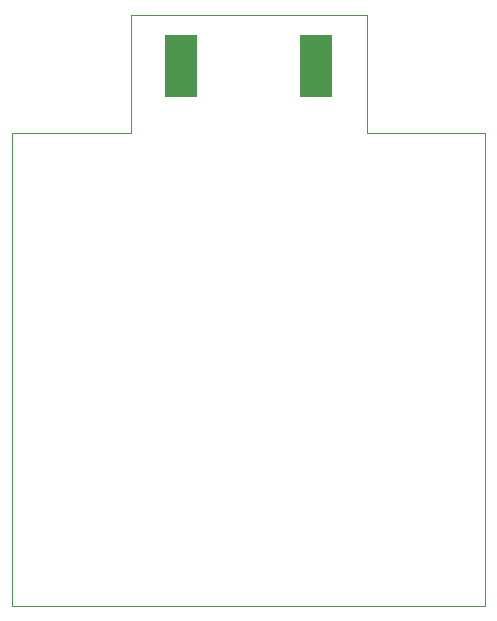
<source format=gts>
G75*
%MOIN*%
%OFA0B0*%
%FSLAX24Y24*%
%IPPOS*%
%LPD*%
%AMOC8*
5,1,8,0,0,1.08239X$1,22.5*
%
%ADD10C,0.0039*%
%ADD11R,0.1080X0.2080*%
D10*
X001158Y000120D02*
X016906Y000120D01*
X016906Y015868D01*
X012969Y015868D01*
X012969Y019805D01*
X005095Y019805D01*
X005095Y015868D01*
X001158Y015868D01*
X001158Y000120D01*
D11*
X006783Y018120D03*
X011283Y018120D03*
M02*

</source>
